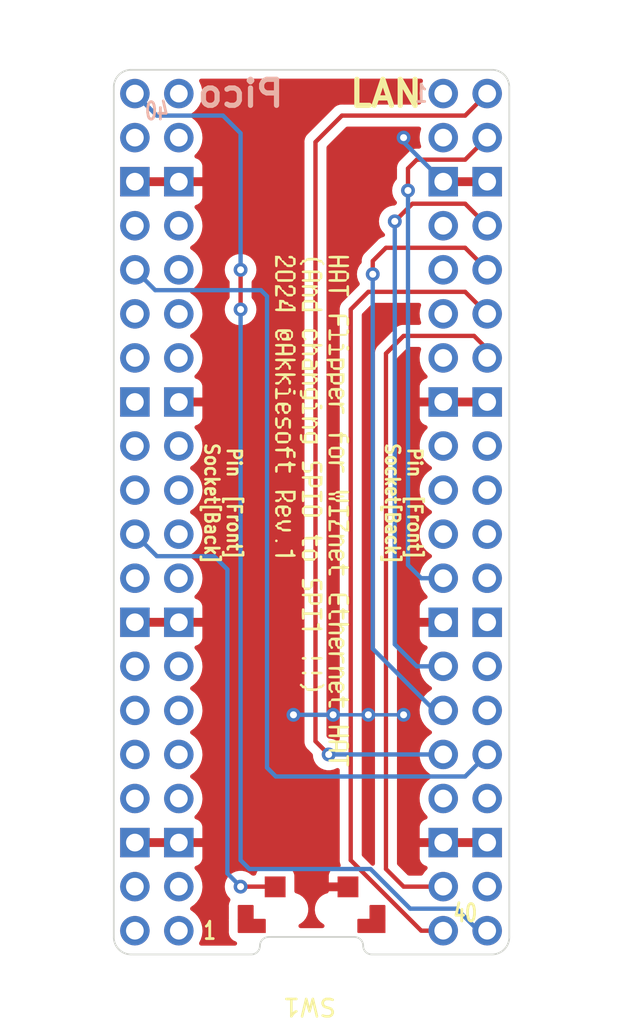
<source format=kicad_pcb>
(kicad_pcb (version 20211014) (generator pcbnew)
  (layers (0 "F.Cu" signal) (31 "B.Cu" signal) (34 "B.Paste" user) (35 "F.Paste" user) (36 "B.SilkS" user "B.Silkscreen") (37 "F.SilkS" user "F.Silkscreen") (38 "B.Mask" user) (39 "F.Mask" user) (44 "Edge.Cuts" user))
  (net 0 "")
  (net 3 "GND")
  (net 11 "Net-(U1-Pad14)")
  (net 12 "Net-(U1-Pad15)")
  (net 13 "Net-(U1-Pad16)")
  (net 15 "Net-(U1-Pad19)")
  (net 16 "Net-(U1-Pad20)")
  (net 29 "+3V3")
  (net 32 "+5V")
  (net 58 "Net-(SW1-Pad1)")
  (net 59 "Net-(U1-Pad12)")
  (footprint "MCU_RaspberryPi_and_Boards:RPi_Pico_Skel" (layer "F.Cu") (at 136.652 86.614)
    (fp_text reference "U1" hide)
    (fp_text value "Pico_without_debug")
    (pad "1" thru_hole oval (at 8.89 -25.654) (size 1.7 1.7) (drill 1.02) (layers *.Cu *.Mask))
    (pad "2" thru_hole oval (at 8.89 -23.114) (size 1.7 1.7) (drill 1.02) (layers *.Cu *.Mask))
    (pad "3" thru_hole rect (at 8.89 -20.574) (size 1.7 1.7) (drill 1.02) (layers *.Cu *.Mask) (net 3 "GND"))
    (pad "4" thru_hole oval (at 8.89 -18.034) (size 1.7 1.7) (drill 1.02) (layers *.Cu *.Mask))
    (pad "5" thru_hole oval (at 8.89 -15.494) (size 1.7 1.7) (drill 1.02) (layers *.Cu *.Mask))
    (pad "6" thru_hole oval (at 8.89 -12.954) (size 1.7 1.7) (drill 1.02) (layers *.Cu *.Mask))
    (pad "7" thru_hole oval (at 8.89 -10.414) (size 1.7 1.7) (drill 1.02) (layers *.Cu *.Mask))
    (pad "8" thru_hole rect (at 8.89 -7.874) (size 1.7 1.7) (drill 1.02) (layers *.Cu *.Mask) (net 3 "GND"))
    (pad "9" thru_hole oval (at 8.89 -5.334) (size 1.7 1.7) (drill 1.02) (layers *.Cu *.Mask))
    (pad "10" thru_hole oval (at 8.89 -2.794) (size 1.7 1.7) (drill 1.02) (layers *.Cu *.Mask))
    (pad "11" thru_hole oval (at 8.89 -0.254) (size 1.7 1.7) (drill 1.02) (layers *.Cu *.Mask))
    (pad "12" thru_hole oval (at 8.89 2.286) (size 1.7 1.7) (drill 1.02) (layers *.Cu *.Mask) (net 59 "Net-(U1-Pad12)"))
    (pad "13" thru_hole rect (at 8.89 4.826) (size 1.7 1.7) (drill 1.02) (layers *.Cu *.Mask) (net 3 "GND"))
    (pad "14" thru_hole oval (at 8.89 7.366) (size 1.7 1.7) (drill 1.02) (layers *.Cu *.Mask) (net 11 "Net-(U1-Pad14)"))
    (pad "15" thru_hole oval (at 8.89 9.906) (size 1.7 1.7) (drill 1.02) (layers *.Cu *.Mask) (net 12 "Net-(U1-Pad15)"))
    (pad "16" thru_hole oval (at 8.89 12.446) (size 1.7 1.7) (drill 1.02) (layers *.Cu *.Mask) (net 13 "Net-(U1-Pad16)"))
    (pad "17" thru_hole oval (at 8.89 14.986) (size 1.7 1.7) (drill 1.02) (layers *.Cu *.Mask))
    (pad "18" thru_hole rect (at 8.89 17.526) (size 1.7 1.7) (drill 1.02) (layers *.Cu *.Mask) (net 3 "GND"))
    (pad "19" thru_hole oval (at 8.89 20.066) (size 1.7 1.7) (drill 1.02) (layers *.Cu *.Mask) (net 15 "Net-(U1-Pad19)"))
    (pad "20" thru_hole oval (at 8.89 22.606) (size 1.7 1.7) (drill 1.02) (layers *.Cu *.Mask) (net 16 "Net-(U1-Pad20)"))
    (pad "21" thru_hole oval (at -8.89 22.606) (size 1.7 1.7) (drill 1.02) (layers *.Cu *.Mask))
    (pad "22" thru_hole oval (at -8.89 20.066) (size 1.7 1.7) (drill 1.02) (layers *.Cu *.Mask))
    (pad "23" thru_hole rect (at -8.89 17.526) (size 1.7 1.7) (drill 1.02) (layers *.Cu *.Mask) (net 3 "GND"))
    (pad "24" thru_hole oval (at -8.89 14.986) (size 1.7 1.7) (drill 1.02) (layers *.Cu *.Mask))
    (pad "25" thru_hole oval (at -8.89 12.446) (size 1.7 1.7) (drill 1.02) (layers *.Cu *.Mask))
    (pad "26" thru_hole oval (at -8.89 9.906) (size 1.7 1.7) (drill 1.02) (layers *.Cu *.Mask))
    (pad "27" thru_hole oval (at -8.89 7.366) (size 1.7 1.7) (drill 1.02) (layers *.Cu *.Mask))
    (pad "28" thru_hole rect (at -8.89 4.826) (size 1.7 1.7) (drill 1.02) (layers *.Cu *.Mask) (net 3 "GND"))
    (pad "29" thru_hole oval (at -8.89 2.286) (size 1.7 1.7) (drill 1.02) (layers *.Cu *.Mask))
    (pad "30" thru_hole oval (at -8.89 -0.254) (size 1.7 1.7) (drill 1.02) (layers *.Cu *.Mask) (net 58 "Net-(SW1-Pad1)"))
    (pad "31" thru_hole oval (at -8.89 -2.794) (size 1.7 1.7) (drill 1.02) (layers *.Cu *.Mask))
    (pad "32" thru_hole oval (at -8.89 -5.334) (size 1.7 1.7) (drill 1.02) (layers *.Cu *.Mask))
    (pad "33" thru_hole rect (at -8.89 -7.874) (size 1.7 1.7) (drill 1.02) (layers *.Cu *.Mask))
    (pad "34" thru_hole oval (at -8.89 -10.414) (size 1.7 1.7) (drill 1.02) (layers *.Cu *.Mask))
    (pad "35" thru_hole oval (at -8.89 -12.954) (size 1.7 1.7) (drill 1.02) (layers *.Cu *.Mask))
    (pad "36" thru_hole oval (at -8.89 -15.494) (size 1.7 1.7) (drill 1.02) (layers *.Cu *.Mask) (net 29 "+3V3"))
    (pad "37" thru_hole oval (at -8.89 -18.034) (size 1.7 1.7) (drill 1.02) (layers *.Cu *.Mask))
    (pad "38" thru_hole rect (at -8.89 -20.574) (size 1.7 1.7) (drill 1.02) (layers *.Cu *.Mask) (net 3 "GND"))
    (pad "39" thru_hole oval (at -8.89 -23.114) (size 1.7 1.7) (drill 1.02) (layers *.Cu *.Mask))
    (pad "40" thru_hole oval (at -8.89 -25.654) (size 1.7 1.7) (drill 1.02) (layers *.Cu *.Mask) (net 32 "+5V"))
  )
  (footprint "MCU_RaspberryPi_and_Boards:RPi_Pico_Skel" (layer "F.Cu") (at 139.186 83.566 180)
    (fp_text reference "U2" hide)
    (fp_text value "WIZnet-HAT")
    (pad "1" thru_hole oval (at 8.89 -25.654 180) (size 1.7 1.7) (drill 1.02) (layers *.Cu *.Mask))
    (pad "2" thru_hole oval (at 8.89 -23.114 180) (size 1.7 1.7) (drill 1.02) (layers *.Cu *.Mask))
    (pad "3" thru_hole rect (at 8.89 -20.574 180) (size 1.7 1.7) (drill 1.02) (layers *.Cu *.Mask) (net 3 "GND"))
    (pad "4" thru_hole oval (at 8.89 -18.034 180) (size 1.7 1.7) (drill 1.02) (layers *.Cu *.Mask))
    (pad "5" thru_hole oval (at 8.89 -15.494 180) (size 1.7 1.7) (drill 1.02) (layers *.Cu *.Mask))
    (pad "6" thru_hole oval (at 8.89 -12.954 180) (size 1.7 1.7) (drill 1.02) (layers *.Cu *.Mask))
    (pad "7" thru_hole oval (at 8.89 -10.414 180) (size 1.7 1.7) (drill 1.02) (layers *.Cu *.Mask))
    (pad "8" thru_hole rect (at 8.89 -7.874 180) (size 1.7 1.7) (drill 1.02) (layers *.Cu *.Mask) (net 3 "GND"))
    (pad "9" thru_hole oval (at 8.89 -5.334 180) (size 1.7 1.7) (drill 1.02) (layers *.Cu *.Mask))
    (pad "10" thru_hole oval (at 8.89 -2.794 180) (size 1.7 1.7) (drill 1.02) (layers *.Cu *.Mask))
    (pad "11" thru_hole oval (at 8.89 -0.254 180) (size 1.7 1.7) (drill 1.02) (layers *.Cu *.Mask))
    (pad "12" thru_hole oval (at 8.89 2.286 180) (size 1.7 1.7) (drill 1.02) (layers *.Cu *.Mask))
    (pad "13" thru_hole rect (at 8.89 4.826 180) (size 1.7 1.7) (drill 1.02) (layers *.Cu *.Mask) (net 3 "GND"))
    (pad "14" thru_hole oval (at 8.89 7.366 180) (size 1.7 1.7) (drill 1.02) (layers *.Cu *.Mask))
    (pad "15" thru_hole oval (at 8.89 9.906 180) (size 1.7 1.7) (drill 1.02) (layers *.Cu *.Mask))
    (pad "16" thru_hole oval (at 8.89 12.446 180) (size 1.7 1.7) (drill 1.02) (layers *.Cu *.Mask))
    (pad "17" thru_hole oval (at 8.89 14.986 180) (size 1.7 1.7) (drill 1.02) (layers *.Cu *.Mask))
    (pad "18" thru_hole rect (at 8.89 17.526 180) (size 1.7 1.7) (drill 1.02) (layers *.Cu *.Mask) (net 3 "GND"))
    (pad "19" thru_hole oval (at 8.89 20.066 180) (size 1.7 1.7) (drill 1.02) (layers *.Cu *.Mask))
    (pad "20" thru_hole oval (at 8.89 22.606 180) (size 1.7 1.7) (drill 1.02) (layers *.Cu *.Mask))
    (pad "21" thru_hole oval (at -8.89 22.606 180) (size 1.7 1.7) (drill 1.02) (layers *.Cu *.Mask) (net 13 "Net-(U1-Pad16)"))
    (pad "22" thru_hole oval (at -8.89 20.066 180) (size 1.7 1.7) (drill 1.02) (layers *.Cu *.Mask) (net 59 "Net-(U1-Pad12)"))
    (pad "23" thru_hole rect (at -8.89 17.526 180) (size 1.7 1.7) (drill 1.02) (layers *.Cu *.Mask) (net 3 "GND"))
    (pad "24" thru_hole oval (at -8.89 14.986 180) (size 1.7 1.7) (drill 1.02) (layers *.Cu *.Mask) (net 11 "Net-(U1-Pad14)"))
    (pad "25" thru_hole oval (at -8.89 12.446 180) (size 1.7 1.7) (drill 1.02) (layers *.Cu *.Mask) (net 12 "Net-(U1-Pad15)"))
    (pad "26" thru_hole oval (at -8.89 9.906 180) (size 1.7 1.7) (drill 1.02) (layers *.Cu *.Mask) (net 16 "Net-(U1-Pad20)"))
    (pad "27" thru_hole oval (at -8.89 7.366 180) (size 1.7 1.7) (drill 1.02) (layers *.Cu *.Mask) (net 15 "Net-(U1-Pad19)"))
    (pad "28" thru_hole rect (at -8.89 4.826 180) (size 1.7 1.7) (drill 1.02) (layers *.Cu *.Mask) (net 3 "GND"))
    (pad "29" thru_hole oval (at -8.89 2.286 180) (size 1.7 1.7) (drill 1.02) (layers *.Cu *.Mask))
    (pad "30" thru_hole oval (at -8.89 -0.254 180) (size 1.7 1.7) (drill 1.02) (layers *.Cu *.Mask))
    (pad "31" thru_hole oval (at -8.89 -2.794 180) (size 1.7 1.7) (drill 1.02) (layers *.Cu *.Mask))
    (pad "32" thru_hole oval (at -8.89 -5.334 180) (size 1.7 1.7) (drill 1.02) (layers *.Cu *.Mask))
    (pad "33" thru_hole rect (at -8.89 -7.874 180) (size 1.7 1.7) (drill 1.02) (layers *.Cu *.Mask))
    (pad "34" thru_hole oval (at -8.89 -10.414 180) (size 1.7 1.7) (drill 1.02) (layers *.Cu *.Mask))
    (pad "35" thru_hole oval (at -8.89 -12.954 180) (size 1.7 1.7) (drill 1.02) (layers *.Cu *.Mask))
    (pad "36" thru_hole oval (at -8.89 -15.494 180) (size 1.7 1.7) (drill 1.02) (layers *.Cu *.Mask) (net 29 "+3V3"))
    (pad "37" thru_hole oval (at -8.89 -18.034 180) (size 1.7 1.7) (drill 1.02) (layers *.Cu *.Mask))
    (pad "38" thru_hole rect (at -8.89 -20.574 180) (size 1.7 1.7) (drill 1.02) (layers *.Cu *.Mask) (net 3 "GND"))
    (pad "39" thru_hole oval (at -8.89 -23.114 180) (size 1.7 1.7) (drill 1.02) (layers *.Cu *.Mask))
    (pad "40" thru_hole oval (at -8.89 -25.654 180) (size 1.7 1.7) (drill 1.02) (layers *.Cu *.Mask) (net 32 "+5V"))
  )
  (footprint "LOGO" (layer "F.Cu") (at 137.922 85.09 -90)
    (fp_text reference "G***" hide)
    (fp_text value "LOGO" hide)
  )
  (footprint "Button_Switch_SMD:SW_TSB001" (layer "F.Cu") (at 142.15 109.294 180)
    (fp_text reference "SW1" (at 4.318 -4.318 180 unlocked) (layer "F.SilkS"))
    (fp_text value "SW_Push")
    (fp_rect (start 0 0.7) (end 0.8 1.5) (layer "F.Cu") (width 0.12) (fill solid))
    (fp_rect (start 7.6 0.7) (end 8.4 1.5) (layer "F.Cu") (width 0.12) (fill solid))
    (fp_rect (start 0 0) (end 1.5 0.7) (layer "F.Cu") (width 0.12) (fill solid))
    (fp_rect (start 6.9 0) (end 8.4 0.7) (layer "F.Cu") (width 0.12) (fill solid))
    (pad "" np_thru_hole circle (at 3.05 1.3 180) (size 0.9 0.9) (drill 0.9) (layers F&B.Cu *.Mask))
    (pad "" np_thru_hole circle (at 5.35 1.3 180) (size 0.9 0.9) (drill 0.9) (layers F&B.Cu *.Mask))
    (pad "1" smd rect (at 6.3 2.6 180) (size 1.2 1.2) (layers "F.Cu" "F.Paste" "F.Mask") (net 58 "Net-(SW1-Pad1)"))
    (pad "2" smd rect (at 2.1 2.6 180) (size 1.2 1.2) (layers "F.Cu" "F.Paste" "F.Mask") (net 3 "GND"))
  )
  (gr_arc (start 134.973006 110.09) (mid 135.122004 109.73048) (end 135.481553 109.581553) (layer "Edge.Cuts") (width 0.1))
  (gr_line (start 127.546 110.59) (end 134.473006 110.59) (layer "Edge.Cuts") (width 0.1))
  (gr_arc (start 127.546 110.59) (mid 126.838893 110.297107) (end 126.546 109.59) (layer "Edge.Cuts") (width 0.1))
  (gr_line (start 148.352 110.59) (end 141.424994 110.59) (layer "Edge.Cuts") (width 0.1))
  (gr_arc (start 140.424994 109.581553) (mid 140.779051 109.733448) (end 140.924994 110.09) (layer "Edge.Cuts") (width 0.1))
  (gr_arc (start 149.352 109.59) (mid 149.059107 110.297107) (end 148.352 110.59) (layer "Edge.Cuts") (width 0.1))
  (gr_line (start 127.546 59.59) (end 148.352 59.59) (layer "Edge.Cuts") (width 0.1))
  (gr_arc (start 141.424994 110.59) (mid 141.071441 110.443553) (end 140.924994 110.09) (layer "Edge.Cuts") (width 0.1))
  (gr_line (start 149.352 60.59) (end 149.352 109.59) (layer "Edge.Cuts") (width 0.1))
  (gr_arc (start 148.352 59.59) (mid 149.059107 59.882893) (end 149.352 60.59) (layer "Edge.Cuts") (width 0.1))
  (gr_line (start 126.546 60.59) (end 126.546 109.59) (layer "Edge.Cuts") (width 0.1))
  (gr_arc (start 126.546 60.59) (mid 126.838893 59.882893) (end 127.546 59.59) (layer "Edge.Cuts") (width 0.1))
  (gr_arc (start 134.973006 110.09) (mid 134.826559 110.443553) (end 134.473006 110.59) (layer "Edge.Cuts") (width 0.1))
  (gr_line (start 135.481553 109.581553) (end 140.424994 109.581553) (layer "Edge.Cuts") (width 0.1))
  (gr_text "1" (at 144.272 60.96) (layer "B.SilkS") (effects (font (size 1 0.7) (thickness 0.16)) (justify mirror)))
  (gr_text "Pico" (at 133.858 60.96) (layer "B.SilkS") (effects (font (size 1.5 1.5) (thickness 0.3)) (justify mirror)))
  (gr_text "40" (at 129.032 61.976) (layer "B.SilkS") (effects (font (size 1 0.7) (thickness 0.16)) (justify mirror)))
  (gr_text "LAN" (at 142.24 60.96) (layer "F.SilkS") (effects (font (size 1.5 1.5) (thickness 0.3))))
  (gr_text "Pin  [Front]\nSocket[Back]" (at 143.256 84.582 270) (layer "F.SilkS") (effects (font (size 0.8 0.7) (thickness 0.16))))
  (gr_text "Pin  [Front]\nSocket[Back]" (at 132.842 84.582 270) (layer "F.SilkS") (effects (font (size 0.8 0.7) (thickness 0.16))))
  (gr_text "40" (at 146.812 108.204) (layer "F.SilkS") (effects (font (size 1 0.7) (thickness 0.16))))
  (gr_text "1" (at 132.08 109.22) (layer "F.SilkS") (effects (font (size 1 0.7) (thickness 0.16))))
  (segment (start 148.076 104.14) (end 145.542 104.14) (width 0.25) (layer "F.Cu") (net 3))
  (via (at 141.224 96.774) (size 0.8) (drill 0.4) (layers "F.Cu" "B.Cu") (net 3))
  (via (at 136.906 96.774) (size 0.8) (drill 0.4) (layers "F.Cu" "B.Cu") (net 3))
  (via (at 143.256 63.5) (size 0.8) (drill 0.4) (layers "F.Cu" "B.Cu") (net 3))
  (via (at 139.192 96.774) (size 0.8) (drill 0.4) (layers "F.Cu" "B.Cu") (net 3))
  (via (at 143.256 96.774) (size 0.8) (drill 0.4) (layers "F.Cu" "B.Cu") (net 3))
  (segment (start 139.192 96.774) (end 141.224 96.774) (width 0.2) (layer "B.Cu") (net 3))
  (segment (start 145.542 66.04) (end 143.256 63.754) (width 0.25) (layer "B.Cu") (net 3))
  (segment (start 136.906 96.774) (end 139.192 96.774) (width 0.25) (layer "B.Cu") (net 3))
  (segment (start 143.256 63.754) (end 143.256 63.5) (width 0.25) (layer "B.Cu") (net 3))
  (segment (start 141.224 96.774) (end 143.256 96.774) (width 0.2) (layer "B.Cu") (net 3))
  (segment (start 148.076 68.58) (end 146.812 67.316) (width 0.25) (layer "F.Cu") (net 11))
  (segment (start 142.748 68.326) (end 143.764 67.31) (width 0.25) (layer "F.Cu") (net 11))
  (segment (start 143.764 67.31) (end 146.812 67.31) (width 0.25) (layer "F.Cu") (net 11))
  (via (at 142.748 68.326) (size 0.8) (drill 0.4) (layers "F.Cu" "B.Cu") (net 11))
  (segment (start 142.748 92.71) (end 144.018 93.98) (width 0.25) (layer "B.Cu") (net 11))
  (segment (start 142.748 68.326) (end 142.748 92.71) (width 0.25) (layer "B.Cu") (net 11))
  (segment (start 144.018 93.98) (end 145.542 93.98) (width 0.25) (layer "B.Cu") (net 11))
  (segment (start 148.076 71.12) (end 146.806 69.85) (width 0.25) (layer "F.Cu") (net 12))
  (segment (start 146.806 69.85) (end 142.24 69.85) (width 0.25) (layer "F.Cu") (net 12))
  (segment (start 142.24 69.85) (end 141.478 70.612) (width 0.25) (layer "F.Cu") (net 12))
  (segment (start 141.478 70.612) (end 141.478 71.374) (width 0.25) (layer "F.Cu") (net 12))
  (via (at 141.478 71.374) (size 0.8) (drill 0.4) (layers "F.Cu" "B.Cu") (net 12))
  (segment (start 141.478 71.374) (end 141.478 92.964) (width 0.25) (layer "B.Cu") (net 12))
  (segment (start 145.034 96.52) (end 145.542 96.52) (width 0.25) (layer "B.Cu") (net 12))
  (segment (start 141.478 92.964) (end 145.034 96.52) (width 0.25) (layer "B.Cu") (net 12))
  (segment (start 146.806 62.23) (end 139.7 62.23) (width 0.25) (layer "F.Cu") (net 13))
  (segment (start 138.176 98.298) (end 138.938 99.06) (width 0.25) (layer "F.Cu") (net 13))
  (segment (start 138.176 63.754) (end 138.176 98.298) (width 0.25) (layer "F.Cu") (net 13))
  (segment (start 148.076 60.96) (end 146.806 62.23) (width 0.25) (layer "F.Cu") (net 13))
  (segment (start 139.7 62.23) (end 138.176 63.754) (width 0.25) (layer "F.Cu") (net 13))
  (via (at 138.938 99.06) (size 0.8) (drill 0.4) (layers "F.Cu" "B.Cu") (net 13))
  (segment (start 145.542 99.06) (end 138.938 99.06) (width 0.25) (layer "B.Cu") (net 13))
  (segment (start 143.256 106.68) (end 142.24 105.664) (width 0.25) (layer "F.Cu") (net 15))
  (segment (start 143.256 74.93) (end 147.32 74.93) (width 0.25) (layer "F.Cu") (net 15))
  (segment (start 148.076 75.686) (end 148.076 76.2) (width 0.25) (layer "F.Cu") (net 15))
  (segment (start 145.542 106.68) (end 143.256 106.68) (width 0.25) (layer "F.Cu") (net 15))
  (segment (start 142.24 105.664) (end 142.24 75.946) (width 0.25) (layer "F.Cu") (net 15))
  (segment (start 147.32 74.93) (end 148.076 75.686) (width 0.25) (layer "F.Cu") (net 15))
  (segment (start 142.24 75.946) (end 143.256 74.93) (width 0.25) (layer "F.Cu") (net 15))
  (segment (start 148.076 73.66) (end 146.806 72.39) (width 0.25) (layer "F.Cu") (net 16))
  (segment (start 146.806 72.39) (end 141.224 72.39) (width 0.25) (layer "F.Cu") (net 16))
  (segment (start 140.208 73.406) (end 140.208 105.156) (width 0.25) (layer "F.Cu") (net 16))
  (segment (start 144.272 109.22) (end 145.542 109.22) (width 0.25) (layer "F.Cu") (net 16))
  (segment (start 140.208 105.156) (end 144.272 109.22) (width 0.25) (layer "F.Cu") (net 16))
  (segment (start 141.224 72.39) (end 140.208 73.406) (width 0.25) (layer "F.Cu") (net 16))
  (segment (start 128.936511 72.294511) (end 127.762 71.12) (width 0.25) (layer "B.Cu") (net 29))
  (segment (start 135.89 100.33) (end 135.382 99.822) (width 0.25) (layer "B.Cu") (net 29))
  (segment (start 146.806 100.33) (end 135.89 100.33) (width 0.25) (layer "B.Cu") (net 29))
  (segment (start 135.382 72.644) (end 135.032511 72.294511) (width 0.25) (layer "B.Cu") (net 29))
  (segment (start 148.076 99.06) (end 146.806 100.33) (width 0.25) (layer "B.Cu") (net 29))
  (segment (start 135.382 99.822) (end 135.382 72.644) (width 0.25) (layer "B.Cu") (net 29))
  (segment (start 135.032511 72.294511) (end 128.936511 72.294511) (width 0.25) (layer "B.Cu") (net 29))
  (segment (start 133.858 73.406) (end 133.858 71.12) (width 0.25) (layer "F.Cu") (net 32))
  (via (at 133.858 73.406) (size 0.8) (drill 0.4) (layers "F.Cu" "B.Cu") (net 32))
  (via (at 133.858 71.12) (size 0.8) (drill 0.4) (layers "F.Cu" "B.Cu") (net 32))
  (segment (start 132.842 62.23) (end 133.858 63.246) (width 0.25) (layer "B.Cu") (net 32))
  (segment (start 146.304 107.95) (end 143.637 107.95) (width 0.25) (layer "B.Cu") (net 32))
  (segment (start 127.762 60.96) (end 129.032 62.23) (width 0.25) (layer "B.Cu") (net 32))
  (segment (start 133.858 105.156) (end 133.858 73.406) (width 0.25) (layer "B.Cu") (net 32))
  (segment (start 129.032 62.23) (end 132.842 62.23) (width 0.25) (layer "B.Cu") (net 32))
  (segment (start 134.366 105.664) (end 133.858 105.156) (width 0.25) (layer "B.Cu") (net 32))
  (segment (start 141.351 105.664) (end 134.366 105.664) (width 0.25) (layer "B.Cu") (net 32))
  (segment (start 133.858 71.12) (end 133.858 63.246) (width 0.25) (layer "B.Cu") (net 32))
  (segment (start 143.637 107.95) (end 141.351 105.664) (width 0.25) (layer "B.Cu") (net 32))
  (segment (start 147.574 109.22) (end 146.304 107.95) (width 0.25) (layer "B.Cu") (net 32))
  (segment (start 148.076 109.22) (end 147.574 109.22) (width 0.25) (layer "B.Cu") (net 32))
  (segment (start 133.858 106.68) (end 135.836 106.68) (width 0.25) (layer "F.Cu") (net 58))
  (segment (start 135.836 106.68) (end 135.85 106.694) (width 0.25) (layer "F.Cu") (net 58))
  (via (at 133.858 106.68) (size 0.8) (drill 0.4) (layers "F.Cu" "B.Cu") (net 58))
  (segment (start 133.858 106.68) (end 133.096 105.918) (width 0.25) (layer "B.Cu") (net 58))
  (segment (start 133.096 88.392) (end 132.334 87.63) (width 0.25) (layer "B.Cu") (net 58))
  (segment (start 133.096 105.918) (end 133.096 88.392) (width 0.25) (layer "B.Cu") (net 58))
  (segment (start 129.032 87.63) (end 127.762 86.36) (width 0.25) (layer "B.Cu") (net 58))
  (segment (start 132.334 87.63) (end 129.032 87.63) (width 0.25) (layer "B.Cu") (net 58))
  (segment (start 146.806 64.77) (end 148.076 63.5) (width 0.25) (layer "F.Cu") (net 59))
  (segment (start 144.018 64.77) (end 146.806 64.77) (width 0.25) (layer "F.Cu") (net 59))
  (segment (start 143.51 65.278) (end 144.018 64.77) (width 0.25) (layer "F.Cu") (net 59))
  (segment (start 143.51 66.548) (end 143.51 65.278) (width 0.25) (layer "F.Cu") (net 59))
  (via (at 143.51 66.548) (size 0.8) (drill 0.4) (layers "F.Cu" "B.Cu") (net 59))
  (segment (start 144.272 88.9) (end 145.542 88.9) (width 0.25) (layer "B.Cu") (net 59))
  (segment (start 143.51 66.548) (end 143.51 88.138) (width 0.25) (layer "B.Cu") (net 59))
  (segment (start 143.51 88.138) (end 144.272 88.9) (width 0.25) (layer "B.Cu") (net 59))
  (zone (net 3) (net_name "GND") (layer "F.Cu") (connect_pads (clearance 0.508)) (min_thickness 0.254) (fill yes (thermal_gap 0.508) (thermal_bridge_width 0.508))
    (polygon (pts (xy 121.92 56.134) (xy 154.686 56.134) (xy 154.686 112.522) (xy 121.92 112.522)))
  )
)
</source>
